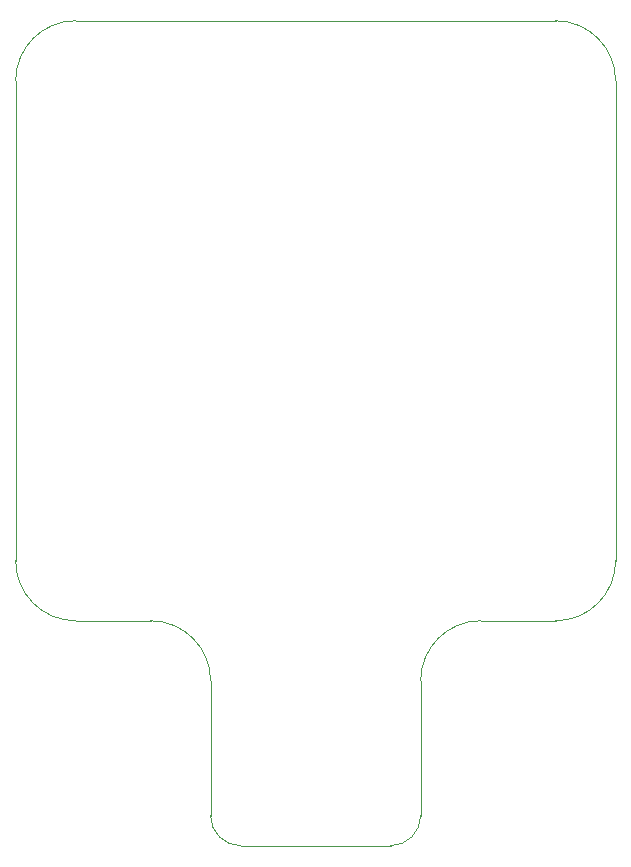
<source format=gm1>
G04 #@! TF.GenerationSoftware,KiCad,Pcbnew,(6.0.1-0)*
G04 #@! TF.CreationDate,2023-09-18T16:52:30-04:00*
G04 #@! TF.ProjectId,Breadboard-1,42726561-6462-46f6-9172-642d312e6b69,rev?*
G04 #@! TF.SameCoordinates,Original*
G04 #@! TF.FileFunction,Profile,NP*
%FSLAX46Y46*%
G04 Gerber Fmt 4.6, Leading zero omitted, Abs format (unit mm)*
G04 Created by KiCad (PCBNEW (6.0.1-0)) date 2023-09-18 16:52:30*
%MOMM*%
%LPD*%
G01*
G04 APERTURE LIST*
G04 #@! TA.AperFunction,Profile*
%ADD10C,0.100000*%
G04 #@! TD*
G04 APERTURE END LIST*
D10*
X96520000Y-101600000D02*
X90170000Y-101600000D01*
X50800000Y-96520000D02*
G75*
G03*
X55880000Y-101600000I5080002J2D01*
G01*
X82550000Y-120650000D02*
G75*
G03*
X85090000Y-118110000I-1J2540001D01*
G01*
X101600000Y-55880000D02*
G75*
G03*
X96520000Y-50800000I-5080002J-2D01*
G01*
X67310000Y-106680000D02*
G75*
G03*
X62230000Y-101600000I-5080002J-2D01*
G01*
X90170000Y-101600000D02*
G75*
G03*
X85090000Y-106680000I2J-5080002D01*
G01*
X55880000Y-50800000D02*
X96520000Y-50800000D01*
X69850000Y-120650000D02*
X82550000Y-120650000D01*
X85090000Y-118110000D02*
X85090000Y-106680000D01*
X67310000Y-118110000D02*
G75*
G03*
X69850000Y-120650000I2540001J1D01*
G01*
X96520000Y-101600000D02*
G75*
G03*
X101600000Y-96520000I-2J5080002D01*
G01*
X55880000Y-50800000D02*
G75*
G03*
X50800000Y-55880000I2J-5080002D01*
G01*
X101600000Y-96520000D02*
X101600000Y-55880000D01*
X62230000Y-101600000D02*
X55880000Y-101600000D01*
X50800000Y-96520000D02*
X50800000Y-55880000D01*
X67310000Y-106680000D02*
X67310000Y-118110000D01*
M02*

</source>
